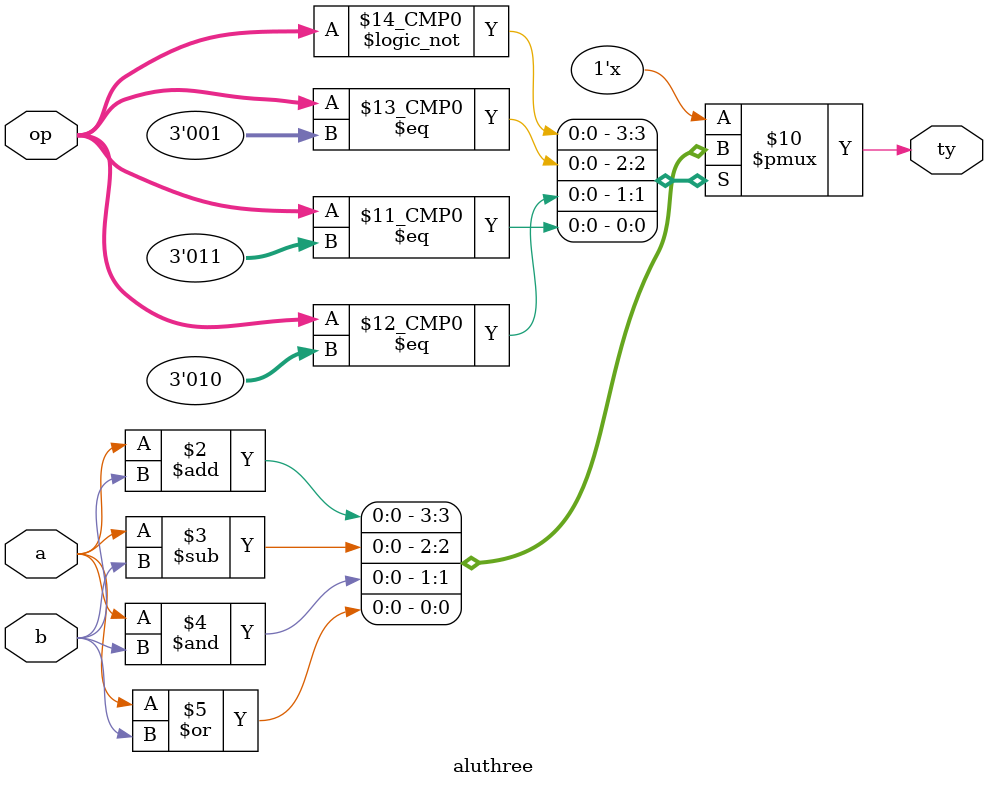
<source format=v>
module aluthree(op,a,b,ty);
input a,b;
input [2:0] op;
output ty;
reg ty;

always @(a or b or op)
    begin
        case(op)
            3'b000: ty=a+b;
            3'b001: ty=a-b;
            3'b010: ty=a&b;
            3'b011: ty=a|b;
            3'b100: ty=ty;
            3'b101: ty=ty;
            3'b110: ty=ty;
            3'b111: ty=ty;
        endcase
    end
endmodule
</source>
